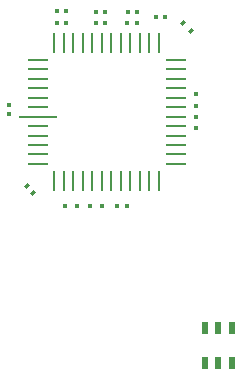
<source format=gtp>
G04 Layer_Color=8421504*
%FSLAX44Y44*%
%MOMM*%
G71*
G01*
G75*
%ADD220R,0.5080X1.1176*%
G04:AMPARAMS|DCode=221|XSize=0.3048mm|YSize=0.4064mm|CornerRadius=0mm|HoleSize=0mm|Usage=FLASHONLY|Rotation=270.010|XOffset=0mm|YOffset=0mm|HoleType=Round|Shape=Rectangle|*
%AMROTATEDRECTD221*
4,1,4,-0.2032,0.1524,0.2032,0.1524,0.2032,-0.1524,-0.2032,-0.1524,-0.2032,0.1524,0.0*
%
%ADD221ROTATEDRECTD221*%

G04:AMPARAMS|DCode=222|XSize=0.3048mm|YSize=0.4064mm|CornerRadius=0mm|HoleSize=0mm|Usage=FLASHONLY|Rotation=0.002|XOffset=0mm|YOffset=0mm|HoleType=Round|Shape=Rectangle|*
%AMROTATEDRECTD222*
4,1,4,-0.1524,-0.2032,-0.1524,0.2032,0.1524,0.2032,0.1524,-0.2032,-0.1524,-0.2032,0.0*
%
%ADD222ROTATEDRECTD222*%

G04:AMPARAMS|DCode=223|XSize=0.3048mm|YSize=0.4064mm|CornerRadius=0mm|HoleSize=0mm|Usage=FLASHONLY|Rotation=315.000|XOffset=0mm|YOffset=0mm|HoleType=Round|Shape=Rectangle|*
%AMROTATEDRECTD223*
4,1,4,-0.2515,-0.0359,0.0359,0.2515,0.2515,0.0359,-0.0359,-0.2515,-0.2515,-0.0359,0.0*
%
%ADD223ROTATEDRECTD223*%

%ADD224R,3.3020X0.2286*%
%ADD225R,1.8034X0.2286*%
%ADD226R,0.2286X1.8034*%
G04:AMPARAMS|DCode=227|XSize=0.3048mm|YSize=0.4064mm|CornerRadius=0.0254mm|HoleSize=0mm|Usage=FLASHONLY|Rotation=180.002|XOffset=0mm|YOffset=0mm|HoleType=Round|Shape=RoundedRectangle|*
%AMROUNDEDRECTD227*
21,1,0.3048,0.3556,0,0,180.0*
21,1,0.2540,0.4064,0,0,180.0*
1,1,0.0508,-0.1270,0.1778*
1,1,0.0508,0.1270,0.1778*
1,1,0.0508,0.1270,-0.1778*
1,1,0.0508,-0.1270,-0.1778*
%
%ADD227ROUNDEDRECTD227*%
G04:AMPARAMS|DCode=228|XSize=0.3048mm|YSize=0.4064mm|CornerRadius=0.0254mm|HoleSize=0mm|Usage=FLASHONLY|Rotation=180.018|XOffset=0mm|YOffset=0mm|HoleType=Round|Shape=RoundedRectangle|*
%AMROUNDEDRECTD228*
21,1,0.3048,0.3556,0,0,180.0*
21,1,0.2540,0.4064,0,0,180.0*
1,1,0.0508,-0.1271,0.1778*
1,1,0.0508,0.1269,0.1778*
1,1,0.0508,0.1271,-0.1778*
1,1,0.0508,-0.1269,-0.1778*
%
%ADD228ROUNDEDRECTD228*%
G04:AMPARAMS|DCode=229|XSize=0.3048mm|YSize=0.4064mm|CornerRadius=0.0254mm|HoleSize=0mm|Usage=FLASHONLY|Rotation=315.019|XOffset=0mm|YOffset=0mm|HoleType=Round|Shape=RoundedRectangle|*
%AMROUNDEDRECTD229*
21,1,0.3048,0.3556,0,0,315.0*
21,1,0.2540,0.4064,0,0,315.0*
1,1,0.0508,-0.0359,-0.2155*
1,1,0.0508,-0.2155,-0.0360*
1,1,0.0508,0.0359,0.2155*
1,1,0.0508,0.2155,0.0360*
%
%ADD229ROUNDEDRECTD229*%
G04:AMPARAMS|DCode=230|XSize=0.3048mm|YSize=0.4064mm|CornerRadius=0.0254mm|HoleSize=0mm|Usage=FLASHONLY|Rotation=90.000|XOffset=0mm|YOffset=0mm|HoleType=Round|Shape=RoundedRectangle|*
%AMROUNDEDRECTD230*
21,1,0.3048,0.3556,0,0,90.0*
21,1,0.2540,0.4064,0,0,90.0*
1,1,0.0508,0.1778,0.1270*
1,1,0.0508,0.1778,-0.1270*
1,1,0.0508,-0.1778,-0.1270*
1,1,0.0508,-0.1778,0.1270*
%
%ADD230ROUNDEDRECTD230*%
G04:AMPARAMS|DCode=231|XSize=0.3048mm|YSize=0.4064mm|CornerRadius=0.0254mm|HoleSize=0mm|Usage=FLASHONLY|Rotation=180.000|XOffset=0mm|YOffset=0mm|HoleType=Round|Shape=RoundedRectangle|*
%AMROUNDEDRECTD231*
21,1,0.3048,0.3556,0,0,180.0*
21,1,0.2540,0.4064,0,0,180.0*
1,1,0.0508,-0.1270,0.1778*
1,1,0.0508,0.1270,0.1778*
1,1,0.0508,0.1270,-0.1778*
1,1,0.0508,-0.1270,-0.1778*
%
%ADD231ROUNDEDRECTD231*%
D220*
X2675221Y404114D02*
D03*
X2664045D02*
D03*
X2653045D02*
D03*
X2653045Y433850D02*
D03*
X2664045D02*
D03*
X2675221D02*
D03*
D221*
X2645155Y613076D02*
D03*
X2645157Y602996D02*
D03*
X2645155Y632380D02*
D03*
X2645157Y622300D02*
D03*
D222*
X2565654Y537464D02*
D03*
X2555574Y537464D02*
D03*
X2544572Y537210D02*
D03*
X2534492Y537210D02*
D03*
D223*
X2641128Y685256D02*
D03*
X2634001Y692384D02*
D03*
D224*
X2511044Y612966D02*
D03*
D225*
Y604966D02*
D03*
Y596966D02*
D03*
Y588966D02*
D03*
Y580966D02*
D03*
Y572966D02*
D03*
Y621030D02*
D03*
Y629158D02*
D03*
Y637032D02*
D03*
Y645160D02*
D03*
Y653034D02*
D03*
Y661162D02*
D03*
X2627864Y572966D02*
D03*
Y580966D02*
D03*
Y588966D02*
D03*
Y596966D02*
D03*
Y604966D02*
D03*
Y612966D02*
D03*
Y621030D02*
D03*
Y629158D02*
D03*
Y637032D02*
D03*
Y645160D02*
D03*
Y653034D02*
D03*
Y661162D02*
D03*
D226*
X2525268Y558566D02*
D03*
X2533396D02*
D03*
X2541270D02*
D03*
X2549398D02*
D03*
X2557272D02*
D03*
X2565400D02*
D03*
X2573464D02*
D03*
X2581464D02*
D03*
X2589464D02*
D03*
X2597464D02*
D03*
X2605464D02*
D03*
X2613464D02*
D03*
Y675386D02*
D03*
X2605464D02*
D03*
X2597464D02*
D03*
X2589464D02*
D03*
X2581464D02*
D03*
X2573464D02*
D03*
X2565400D02*
D03*
X2557272D02*
D03*
X2549398D02*
D03*
X2541270D02*
D03*
X2533396D02*
D03*
X2525268D02*
D03*
D227*
X2535364Y692150D02*
D03*
X2527364Y692150D02*
D03*
X2560384D02*
D03*
X2568384Y692150D02*
D03*
X2587054Y691896D02*
D03*
X2595054Y691896D02*
D03*
X2560384Y701801D02*
D03*
X2568384Y701803D02*
D03*
X2587308Y701547D02*
D03*
X2595308Y701549D02*
D03*
D228*
X2586418Y537719D02*
D03*
X2578418Y537717D02*
D03*
D229*
X2501611Y554007D02*
D03*
X2507269Y548353D02*
D03*
D230*
X2486406Y614998D02*
D03*
Y622998D02*
D03*
D231*
X2618930Y697484D02*
D03*
X2610930D02*
D03*
X2535364Y702056D02*
D03*
X2527364D02*
D03*
M02*

</source>
